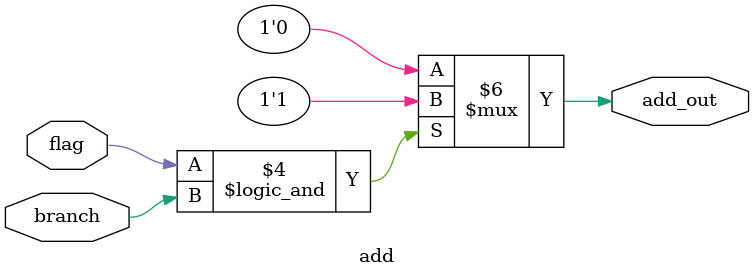
<source format=sv>
`timescale 1ns / 1ps


module add(
input logic flag,
input logic branch,
output logic add_out

    );
    always_comb begin
    if(flag==1'b1 && branch==1'b1)begin
    add_out=1'b1;
    end
    else 
    add_out=1'b0;
    end 
endmodule

</source>
